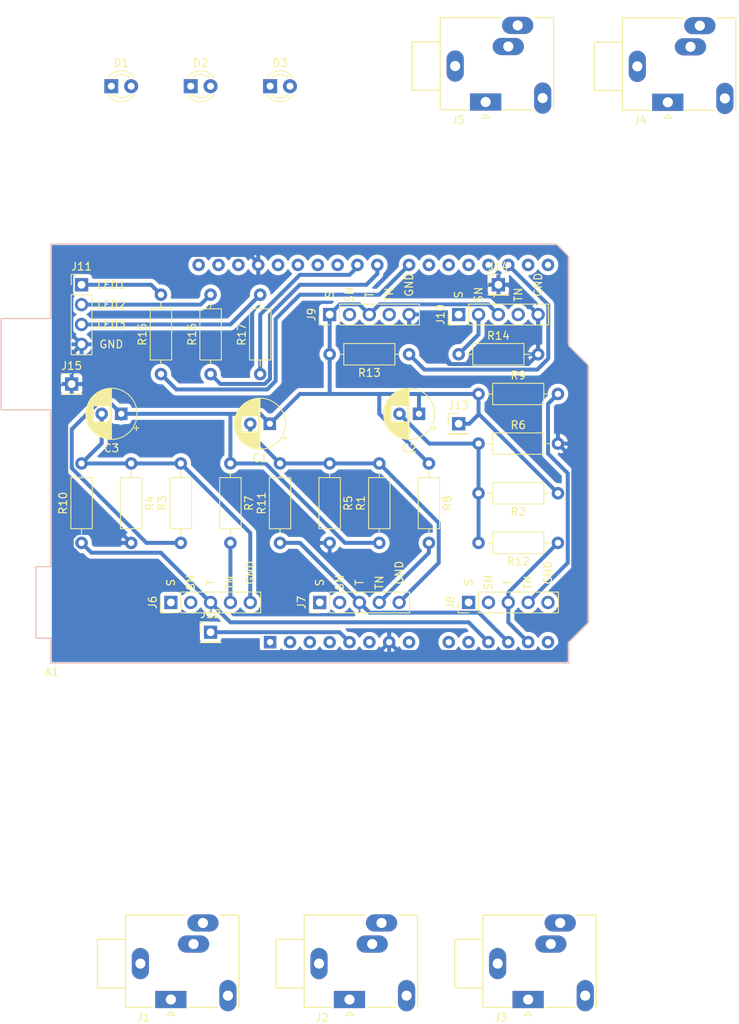
<source format=kicad_pcb>
(kicad_pcb (version 20171130) (host pcbnew 5.1.5-52549c5~84~ubuntu18.04.1)
  (layers (0 F.Cu signal) (31 B.Cu signal) (34 B.Paste user) (35 F.Paste user) (36 B.SilkS user) (37 F.SilkS user) (38 B.Mask user) (39 F.Mask user) (44 Edge.Cuts user))
  (net 0 "")
  (net 1 "Net-(A1-Pad16)")
  (net 2 "Net-(A1-Pad15)")
  (net 3 "Net-(A1-Pad30)")
  (net 4 "Net-(A1-Pad14)")
  (net 5 "Net-(A1-Pad29)")
  (net 6 "Net-(A1-Pad13)")
  (net 7 "Net-(A1-Pad28)")
  (net 8 "Net-(A1-Pad12)")
  (net 9 "Net-(A1-Pad27)")
  (net 10 "Net-(A1-Pad11)")
  (net 11 "Net-(A1-Pad26)")
  (net 12 "Net-(A1-Pad10)")
  (net 13 "Net-(A1-Pad25)")
  (net 14 "Net-(A1-Pad9)")
  (net 15 "Net-(A1-Pad24)")
  (net 16 "Net-(A1-Pad8)")
  (net 17 "Net-(A1-Pad23)")
  (net 18 "Net-(A1-Pad22)")
  (net 19 "Net-(A1-Pad6)")
  (net 20 "Net-(A1-Pad21)")
  (net 21 "Net-(A1-Pad5)")
  (net 22 "Net-(A1-Pad20)")
  (net 23 "Net-(A1-Pad4)")
  (net 24 "Net-(A1-Pad19)")
  (net 25 "Net-(A1-Pad3)")
  (net 26 "Net-(A1-Pad18)")
  (net 27 "Net-(A1-Pad2)")
  (net 28 "Net-(A1-Pad17)")
  (net 29 "Net-(A1-Pad1)")
  (net 30 "Net-(A1-Pad31)")
  (net 31 "Net-(A1-Pad32)")
  (net 32 "Net-(C1-Pad2)")
  (net 33 "Net-(C2-Pad2)")
  (net 34 "Net-(C3-Pad2)")
  (net 35 "Net-(D1-Pad2)")
  (net 36 "Net-(D2-Pad2)")
  (net 37 "Net-(D3-Pad2)")
  (net 38 "Net-(J1-PadS)")
  (net 39 "Net-(J1-PadSN)")
  (net 40 "Net-(J1-PadTN)")
  (net 41 "Net-(J2-PadS)")
  (net 42 "Net-(J2-PadSN)")
  (net 43 "Net-(J2-PadTN)")
  (net 44 "Net-(J3-PadS)")
  (net 45 "Net-(J3-PadSN)")
  (net 46 "Net-(J3-PadTN)")
  (net 47 "Net-(J4-PadSN)")
  (net 48 "Net-(J4-PadTN)")
  (net 49 "Net-(J10-Pad2)")
  (net 50 "Net-(J5-PadTN)")
  (net 51 "Net-(J6-Pad2)")
  (net 52 "Net-(J6-Pad1)")
  (net 53 "Net-(J7-Pad2)")
  (net 54 "Net-(J7-Pad1)")
  (net 55 "Net-(J8-Pad2)")
  (net 56 "Net-(J8-Pad1)")
  (net 57 "Net-(J9-Pad4)")
  (net 58 "Net-(J9-Pad2)")
  (net 59 "Net-(J10-Pad4)")
  (module My_Misc:My_Jack_3.5mm_Ledino_KB3SPRS_Horizontal (layer F.Cu) (at 184.24 42.7)
    (fp_text reference J4 (at -3.5 2.3) (layer F.SilkS))
    (fp_text value "OneWire bus")
    (pad G thru_hole oval (at -3.9 -4.6) (size 2.2 4) (drill 1.3) (layers *.Cu *.Mask) (net 5 "Net-(A1-Pad29)"))
    (pad S thru_hole oval (at 4.1 -9.8) (size 4 2.2) (drill 1.3) (layers *.Cu *.Mask) (net 28 "Net-(A1-Pad17)"))
    (pad SN thru_hole oval (at 2.9 -7.1) (size 4 2.2) (drill 1.3) (layers *.Cu *.Mask) (net 47 "Net-(J4-PadSN)"))
    (pad TN thru_hole oval (at 7.3 -0.5 90) (size 4 2.2) (drill 1.3) (layers *.Cu *.Mask) (net 48 "Net-(J4-PadTN)"))
    (pad T thru_hole rect (at 0 0) (size 4 2.2) (drill 1.3) (layers *.Cu *.Mask) (net 21 "Net-(A1-Pad5)"))
  )
  (module LED_THT:LED_D3.0mm (layer F.Cu) (at 113.03 40.64)
    (fp_text reference D1 (at 1.27 -2.96) (layer F.SilkS))
    (fp_text value "Status LED")
    (pad 2 thru_hole circle (at 2.54 0) (size 1.8 1.8) (drill 0.9) (layers *.Cu *.Mask) (net 35 "Net-(D1-Pad2)"))
    (pad 1 thru_hole rect (at 0 0) (size 1.8 1.8) (drill 0.9) (layers *.Cu *.Mask) (net 5 "Net-(A1-Pad29)"))
  )
  (module LED_THT:LED_D3.0mm (layer F.Cu) (at 123.19 40.64)
    (fp_text reference D2 (at 1.27 -2.96) (layer F.SilkS))
    (fp_text value "Polled LED")
    (pad 2 thru_hole circle (at 2.54 0) (size 1.8 1.8) (drill 0.9) (layers *.Cu *.Mask) (net 36 "Net-(D2-Pad2)"))
    (pad 1 thru_hole rect (at 0 0) (size 1.8 1.8) (drill 0.9) (layers *.Cu *.Mask) (net 5 "Net-(A1-Pad29)"))
  )
  (module My_Misc:My_Jack_3.5mm_Ledino_KB3SPRS_Horizontal (layer F.Cu) (at 160.93 42.66)
    (fp_text reference J5 (at -3.5 2.3) (layer F.SilkS))
    (fp_text value "LED sensor")
    (pad G thru_hole oval (at -3.9 -4.6) (size 2.2 4) (drill 1.3) (layers *.Cu *.Mask) (net 5 "Net-(A1-Pad29)"))
    (pad S thru_hole oval (at 4.1 -9.8) (size 4 2.2) (drill 1.3) (layers *.Cu *.Mask) (net 24 "Net-(A1-Pad19)"))
    (pad SN thru_hole oval (at 2.9 -7.1) (size 4 2.2) (drill 1.3) (layers *.Cu *.Mask) (net 49 "Net-(J10-Pad2)"))
    (pad TN thru_hole oval (at 7.3 -0.5 90) (size 4 2.2) (drill 1.3) (layers *.Cu *.Mask) (net 50 "Net-(J5-PadTN)"))
    (pad T thru_hole rect (at 0 0) (size 4 2.2) (drill 1.3) (layers *.Cu *.Mask) (net 21 "Net-(A1-Pad5)"))
  )
  (module LED_THT:LED_D3.0mm (layer F.Cu) (at 133.35 40.64)
    (fp_text reference D3 (at 1.27 -2.96) (layer F.SilkS))
    (fp_text value "Pulse LED")
    (pad 2 thru_hole circle (at 2.54 0) (size 1.8 1.8) (drill 0.9) (layers *.Cu *.Mask) (net 37 "Net-(D3-Pad2)"))
    (pad 1 thru_hole rect (at 0 0) (size 1.8 1.8) (drill 0.9) (layers *.Cu *.Mask) (net 5 "Net-(A1-Pad29)"))
  )
  (module My_Misc:My_Jack_3.5mm_Ledino_KB3SPRS_Horizontal (layer F.Cu) (at 166.37 157.48)
    (fp_text reference J3 (at -3.5 2.3) (layer F.SilkS))
    (fp_text value T3)
    (pad G thru_hole oval (at -3.9 -4.6) (size 2.2 4) (drill 1.3) (layers *.Cu *.Mask) (net 33 "Net-(C2-Pad2)"))
    (pad S thru_hole oval (at 4.1 -9.8) (size 4 2.2) (drill 1.3) (layers *.Cu *.Mask) (net 44 "Net-(J3-PadS)"))
    (pad SN thru_hole oval (at 2.9 -7.1) (size 4 2.2) (drill 1.3) (layers *.Cu *.Mask) (net 45 "Net-(J3-PadSN)"))
    (pad TN thru_hole oval (at 7.3 -0.5 90) (size 4 2.2) (drill 1.3) (layers *.Cu *.Mask) (net 46 "Net-(J3-PadTN)"))
    (pad T thru_hole rect (at 0 0) (size 4 2.2) (drill 1.3) (layers *.Cu *.Mask) (net 6 "Net-(A1-Pad13)"))
  )
  (module My_Misc:My_Jack_3.5mm_Ledino_KB3SPRS_Horizontal (layer F.Cu) (at 143.51 157.48)
    (fp_text reference J2 (at -3.5 2.3) (layer F.SilkS))
    (fp_text value S2)
    (pad G thru_hole oval (at -3.9 -4.6) (size 2.2 4) (drill 1.3) (layers *.Cu *.Mask) (net 32 "Net-(C1-Pad2)"))
    (pad S thru_hole oval (at 4.1 -9.8) (size 4 2.2) (drill 1.3) (layers *.Cu *.Mask) (net 41 "Net-(J2-PadS)"))
    (pad SN thru_hole oval (at 2.9 -7.1) (size 4 2.2) (drill 1.3) (layers *.Cu *.Mask) (net 42 "Net-(J2-PadSN)"))
    (pad TN thru_hole oval (at 7.3 -0.5 90) (size 4 2.2) (drill 1.3) (layers *.Cu *.Mask) (net 43 "Net-(J2-PadTN)"))
    (pad T thru_hole rect (at 0 0) (size 4 2.2) (drill 1.3) (layers *.Cu *.Mask) (net 8 "Net-(A1-Pad12)"))
  )
  (module My_Misc:My_Jack_3.5mm_Ledino_KB3SPRS_Horizontal (layer F.Cu) (at 120.65 157.48)
    (fp_text reference J1 (at -3.5 2.3) (layer F.SilkS))
    (fp_text value R1)
    (pad G thru_hole oval (at -3.9 -4.6) (size 2.2 4) (drill 1.3) (layers *.Cu *.Mask) (net 34 "Net-(C3-Pad2)"))
    (pad S thru_hole oval (at 4.1 -9.8) (size 4 2.2) (drill 1.3) (layers *.Cu *.Mask) (net 38 "Net-(J1-PadS)"))
    (pad SN thru_hole oval (at 2.9 -7.1) (size 4 2.2) (drill 1.3) (layers *.Cu *.Mask) (net 39 "Net-(J1-PadSN)"))
    (pad TN thru_hole oval (at 7.3 -0.5 90) (size 4 2.2) (drill 1.3) (layers *.Cu *.Mask) (net 40 "Net-(J1-PadTN)"))
    (pad T thru_hole rect (at 0 0) (size 4 2.2) (drill 1.3) (layers *.Cu *.Mask) (net 10 "Net-(A1-Pad11)"))
  )
  (module Connector_PinHeader_2.54mm:PinHeader_1x01_P2.54mm_Vertical (layer F.Cu) (at 107.95 78.74)
    (fp_text reference J15 (at 0 -2.33) (layer F.SilkS))
    (fp_text value Conn_01x01_Female hide)
    (pad 1 thru_hole rect (at 0 0) (size 1.7 1.7) (drill 1) (layers *.Cu *.Mask) (net 5 "Net-(A1-Pad29)"))
  )
  (module Connector_PinHeader_2.54mm:PinHeader_1x01_P2.54mm_Vertical (layer F.Cu) (at 162.56 66.04)
    (fp_text reference J14 (at 0 -2.33) (layer F.SilkS))
    (fp_text value Conn_01x01_Female hide)
    (pad 1 thru_hole rect (at 0 0) (size 1.7 1.7) (drill 1) (layers *.Cu *.Mask) (net 5 "Net-(A1-Pad29)"))
  )
  (module Connector_PinHeader_2.54mm:PinHeader_1x01_P2.54mm_Vertical (layer F.Cu) (at 157.48 83.82)
    (fp_text reference J13 (at 0 -2.33) (layer F.SilkS))
    (fp_text value Conn_01x01_Female hide)
    (pad 1 thru_hole rect (at 0 0) (size 1.7 1.7) (drill 1) (layers *.Cu *.Mask) (net 21 "Net-(A1-Pad5)"))
  )
  (module Connector_PinHeader_2.54mm:PinHeader_1x01_P2.54mm_Vertical (layer F.Cu) (at 125.73 110.49)
    (fp_text reference J12 (at 0 -2.33) (layer F.SilkS))
    (fp_text value Conn_01x01_Female hide)
    (pad 1 thru_hole rect (at 0 0) (size 1.7 1.7) (drill 1) (layers *.Cu *.Mask) (net 21 "Net-(A1-Pad5)"))
  )
  (module Capacitor_THT:CP_Radial_D6.3mm_P2.50mm (layer F.Cu) (at 133.31 83.82 180)
    (fp_text reference C1 (at 1.25 -4.4) (layer F.SilkS))
    (fp_text value 10u)
    (pad 2 thru_hole circle (at 2.5 0 180) (size 1.6 1.6) (drill 0.8) (layers *.Cu *.Mask) (net 32 "Net-(C1-Pad2)"))
    (pad 1 thru_hole rect (at 0 0 180) (size 1.6 1.6) (drill 0.8) (layers *.Cu *.Mask) (net 21 "Net-(A1-Pad5)"))
  )
  (module My_Misc:My_Arduino_UNO_R3 (layer F.Cu) (at 133.35 111.76)
    (fp_text reference A1 (at -27.94 3.81 180) (layer F.SilkS))
    (fp_text value Arduino_UNO_R3)
    (pad 16 thru_hole oval (at 33.02 -48.26 270) (size 1.6 1.6) (drill 0.8) (layers *.Cu *.Mask) (net 1 "Net-(A1-Pad16)"))
    (pad 15 thru_hole oval (at 35.56 -48.26 270) (size 1.6 1.6) (drill 0.8) (layers *.Cu *.Mask) (net 2 "Net-(A1-Pad15)"))
    (pad 30 thru_hole oval (at -4.06 -48.26 270) (size 1.6 1.6) (drill 0.8) (layers *.Cu *.Mask) (net 3 "Net-(A1-Pad30)"))
    (pad 14 thru_hole oval (at 35.56 0 270) (size 1.6 1.6) (drill 0.8) (layers *.Cu *.Mask) (net 4 "Net-(A1-Pad14)"))
    (pad 29 thru_hole oval (at -1.52 -48.26 270) (size 1.6 1.6) (drill 0.8) (layers *.Cu *.Mask) (net 5 "Net-(A1-Pad29)"))
    (pad 13 thru_hole oval (at 33.02 0 270) (size 1.6 1.6) (drill 0.8) (layers *.Cu *.Mask) (net 6 "Net-(A1-Pad13)"))
    (pad 28 thru_hole oval (at 1.02 -48.26 270) (size 1.6 1.6) (drill 0.8) (layers *.Cu *.Mask) (net 7 "Net-(A1-Pad28)"))
    (pad 12 thru_hole oval (at 30.48 0 270) (size 1.6 1.6) (drill 0.8) (layers *.Cu *.Mask) (net 8 "Net-(A1-Pad12)"))
    (pad 27 thru_hole oval (at 3.56 -48.26 270) (size 1.6 1.6) (drill 0.8) (layers *.Cu *.Mask) (net 9 "Net-(A1-Pad27)"))
    (pad 11 thru_hole oval (at 27.94 0 270) (size 1.6 1.6) (drill 0.8) (layers *.Cu *.Mask) (net 10 "Net-(A1-Pad11)"))
    (pad 26 thru_hole oval (at 6.1 -48.26 270) (size 1.6 1.6) (drill 0.8) (layers *.Cu *.Mask) (net 11 "Net-(A1-Pad26)"))
    (pad 10 thru_hole oval (at 25.4 0 270) (size 1.6 1.6) (drill 0.8) (layers *.Cu *.Mask) (net 12 "Net-(A1-Pad10)"))
    (pad 25 thru_hole oval (at 8.64 -48.26 270) (size 1.6 1.6) (drill 0.8) (layers *.Cu *.Mask) (net 13 "Net-(A1-Pad25)"))
    (pad 9 thru_hole oval (at 22.86 0 270) (size 1.6 1.6) (drill 0.8) (layers *.Cu *.Mask) (net 14 "Net-(A1-Pad9)"))
    (pad 24 thru_hole oval (at 11.18 -48.26 270) (size 1.6 1.6) (drill 0.8) (layers *.Cu *.Mask) (net 15 "Net-(A1-Pad24)"))
    (pad 8 thru_hole oval (at 17.78 0 270) (size 1.6 1.6) (drill 0.8) (layers *.Cu *.Mask) (net 16 "Net-(A1-Pad8)"))
    (pad 23 thru_hole oval (at 13.72 -48.26 270) (size 1.6 1.6) (drill 0.8) (layers *.Cu *.Mask) (net 17 "Net-(A1-Pad23)"))
    (pad 7 thru_hole oval (at 15.24 0 270) (size 1.6 1.6) (drill 0.8) (layers *.Cu *.Mask) (net 5 "Net-(A1-Pad29)"))
    (pad 22 thru_hole oval (at 17.78 -48.26 270) (size 1.6 1.6) (drill 0.8) (layers *.Cu *.Mask) (net 18 "Net-(A1-Pad22)"))
    (pad 6 thru_hole oval (at 12.7 0 270) (size 1.6 1.6) (drill 0.8) (layers *.Cu *.Mask) (net 19 "Net-(A1-Pad6)"))
    (pad 21 thru_hole oval (at 20.32 -48.26 270) (size 1.6 1.6) (drill 0.8) (layers *.Cu *.Mask) (net 20 "Net-(A1-Pad21)"))
    (pad 5 thru_hole oval (at 10.16 0 270) (size 1.6 1.6) (drill 0.8) (layers *.Cu *.Mask) (net 21 "Net-(A1-Pad5)"))
    (pad 20 thru_hole oval (at 22.86 -48.26 270) (size 1.6 1.6) (drill 0.8) (layers *.Cu *.Mask) (net 22 "Net-(A1-Pad20)"))
    (pad 4 thru_hole oval (at 7.62 0 270) (size 1.6 1.6) (drill 0.8) (layers *.Cu *.Mask) (net 23 "Net-(A1-Pad4)"))
    (pad 19 thru_hole oval (at 25.4 -48.26 270) (size 1.6 1.6) (drill 0.8) (layers *.Cu *.Mask) (net 24 "Net-(A1-Pad19)"))
    (pad 3 thru_hole oval (at 5.08 0 270) (size 1.6 1.6) (drill 0.8) (layers *.Cu *.Mask) (net 25 "Net-(A1-Pad3)"))
    (pad 18 thru_hole oval (at 27.94 -48.26 270) (size 1.6 1.6) (drill 0.8) (layers *.Cu *.Mask) (net 26 "Net-(A1-Pad18)"))
    (pad 2 thru_hole oval (at 2.54 0 270) (size 1.6 1.6) (drill 0.8) (layers *.Cu *.Mask) (net 27 "Net-(A1-Pad2)"))
    (pad 17 thru_hole oval (at 30.48 -48.26 270) (size 1.6 1.6) (drill 0.8) (layers *.Cu *.Mask) (net 28 "Net-(A1-Pad17)"))
    (pad 1 thru_hole rect (at 0 0 270) (size 1.6 1.6) (drill 0.8) (layers *.Cu *.Mask) (net 29 "Net-(A1-Pad1)"))
    (pad 31 thru_hole oval (at -6.6 -48.26 270) (size 1.6 1.6) (drill 0.8) (layers *.Cu *.Mask) (net 30 "Net-(A1-Pad31)"))
    (pad 32 thru_hole oval (at -9.14 -48.26 270) (size 1.6 1.6) (drill 0.8) (layers *.Cu *.Mask) (net 31 "Net-(A1-Pad32)"))
  )
  (module My_Headers:4-pin_3_LED_header (layer F.Cu) (at 109.22 66.04)
    (fp_text reference J11 (at 0 -2.33) (layer F.SilkS))
    (fp_text value 4-pin_3LED_header hide)
    (fp_text user GND (at 3.81 7.62) (layer F.SilkS))
    (fp_text user LED3 (at 3.81 5.08) (layer F.SilkS))
    (fp_text user LED2 (at 3.81 2.54) (layer F.SilkS))
    (fp_text user LED1 (at 3.81 0) (layer F.SilkS))
    (pad 4 thru_hole oval (at 0 7.62) (size 1.7 1.7) (drill 1) (layers *.Cu *.Mask) (net 5 "Net-(A1-Pad29)"))
    (pad 3 thru_hole oval (at 0 5.08) (size 1.7 1.7) (drill 1) (layers *.Cu *.Mask) (net 37 "Net-(D3-Pad2)"))
    (pad 2 thru_hole oval (at 0 2.54) (size 1.7 1.7) (drill 1) (layers *.Cu *.Mask) (net 36 "Net-(D2-Pad2)"))
    (pad 1 thru_hole rect (at 0 0) (size 1.7 1.7) (drill 1) (layers *.Cu *.Mask) (net 35 "Net-(D1-Pad2)"))
  )
  (module Resistor_THT:R_Axial_DIN0207_L6.3mm_D2.5mm_P10.16mm_Horizontal (layer F.Cu) (at 132.08 77.47 90)
    (fp_text reference R17 (at 5.08 -2.37 90) (layer F.SilkS))
    (fp_text value 220R)
    (pad 2 thru_hole oval (at 10.16 0 90) (size 1.6 1.6) (drill 0.8) (layers *.Cu *.Mask) (net 37 "Net-(D3-Pad2)"))
    (pad 1 thru_hole circle (at 0 0 90) (size 1.6 1.6) (drill 0.8) (layers *.Cu *.Mask) (net 15 "Net-(A1-Pad24)"))
  )
  (module Resistor_THT:R_Axial_DIN0207_L6.3mm_D2.5mm_P10.16mm_Horizontal (layer F.Cu) (at 125.73 77.47 90)
    (fp_text reference R16 (at 5.08 -2.37 90) (layer F.SilkS))
    (fp_text value 220R)
    (pad 2 thru_hole oval (at 10.16 0 90) (size 1.6 1.6) (drill 0.8) (layers *.Cu *.Mask) (net 36 "Net-(D2-Pad2)"))
    (pad 1 thru_hole circle (at 0 0 90) (size 1.6 1.6) (drill 0.8) (layers *.Cu *.Mask) (net 17 "Net-(A1-Pad23)"))
  )
  (module Resistor_THT:R_Axial_DIN0207_L6.3mm_D2.5mm_P10.16mm_Horizontal (layer F.Cu) (at 119.38 77.47 90)
    (fp_text reference R15 (at 5.08 -2.37 90) (layer F.SilkS))
    (fp_text value 220R)
    (pad 2 thru_hole oval (at 10.16 0 90) (size 1.6 1.6) (drill 0.8) (layers *.Cu *.Mask) (net 35 "Net-(D1-Pad2)"))
    (pad 1 thru_hole circle (at 0 0 90) (size 1.6 1.6) (drill 0.8) (layers *.Cu *.Mask) (net 18 "Net-(A1-Pad22)"))
  )
  (module Resistor_THT:R_Axial_DIN0207_L6.3mm_D2.5mm_P10.16mm_Horizontal (layer F.Cu) (at 157.48 74.93)
    (fp_text reference R14 (at 5.08 -2.37) (layer F.SilkS))
    (fp_text value 10k)
    (pad 2 thru_hole oval (at 10.16 0) (size 1.6 1.6) (drill 0.8) (layers *.Cu *.Mask) (net 5 "Net-(A1-Pad29)"))
    (pad 1 thru_hole circle (at 0 0) (size 1.6 1.6) (drill 0.8) (layers *.Cu *.Mask) (net 49 "Net-(J10-Pad2)"))
  )
  (module Resistor_THT:R_Axial_DIN0207_L6.3mm_D2.5mm_P10.16mm_Horizontal (layer F.Cu) (at 151.13 74.93 180)
    (fp_text reference R13 (at 5.08 -2.37) (layer F.SilkS))
    (fp_text value 4.7k)
    (pad 2 thru_hole oval (at 10.16 0 180) (size 1.6 1.6) (drill 0.8) (layers *.Cu *.Mask) (net 21 "Net-(A1-Pad5)"))
    (pad 1 thru_hole circle (at 0 0 180) (size 1.6 1.6) (drill 0.8) (layers *.Cu *.Mask) (net 28 "Net-(A1-Pad17)"))
  )
  (module Resistor_THT:R_Axial_DIN0207_L6.3mm_D2.5mm_P10.16mm_Horizontal (layer F.Cu) (at 170.18 99.06 180)
    (fp_text reference R12 (at 5.08 -2.37) (layer F.SilkS))
    (fp_text value 33R)
    (pad 2 thru_hole oval (at 10.16 0 180) (size 1.6 1.6) (drill 0.8) (layers *.Cu *.Mask) (net 33 "Net-(C2-Pad2)"))
    (pad 1 thru_hole circle (at 0 0 180) (size 1.6 1.6) (drill 0.8) (layers *.Cu *.Mask) (net 6 "Net-(A1-Pad13)"))
  )
  (module Resistor_THT:R_Axial_DIN0207_L6.3mm_D2.5mm_P10.16mm_Horizontal (layer F.Cu) (at 134.62 99.06 90)
    (fp_text reference R11 (at 5.08 -2.37 90) (layer F.SilkS))
    (fp_text value 33R)
    (pad 2 thru_hole oval (at 10.16 0 90) (size 1.6 1.6) (drill 0.8) (layers *.Cu *.Mask) (net 32 "Net-(C1-Pad2)"))
    (pad 1 thru_hole circle (at 0 0 90) (size 1.6 1.6) (drill 0.8) (layers *.Cu *.Mask) (net 8 "Net-(A1-Pad12)"))
  )
  (module Resistor_THT:R_Axial_DIN0207_L6.3mm_D2.5mm_P10.16mm_Horizontal (layer F.Cu) (at 109.22 99.06 90)
    (fp_text reference R10 (at 5.08 -2.37 90) (layer F.SilkS))
    (fp_text value 33R)
    (pad 2 thru_hole oval (at 10.16 0 90) (size 1.6 1.6) (drill 0.8) (layers *.Cu *.Mask) (net 34 "Net-(C3-Pad2)"))
    (pad 1 thru_hole circle (at 0 0 90) (size 1.6 1.6) (drill 0.8) (layers *.Cu *.Mask) (net 10 "Net-(A1-Pad11)"))
  )
  (module Resistor_THT:R_Axial_DIN0207_L6.3mm_D2.5mm_P10.16mm_Horizontal (layer F.Cu) (at 160.02 80.01)
    (fp_text reference R9 (at 5.08 -2.37) (layer F.SilkS))
    (fp_text value 10k)
    (pad 2 thru_hole oval (at 10.16 0) (size 1.6 1.6) (drill 0.8) (layers *.Cu *.Mask) (net 46 "Net-(J3-PadTN)"))
    (pad 1 thru_hole circle (at 0 0) (size 1.6 1.6) (drill 0.8) (layers *.Cu *.Mask) (net 21 "Net-(A1-Pad5)"))
  )
  (module Resistor_THT:R_Axial_DIN0207_L6.3mm_D2.5mm_P10.16mm_Horizontal (layer F.Cu) (at 153.67 88.9 270)
    (fp_text reference R8 (at 5.08 -2.37 90) (layer F.SilkS))
    (fp_text value 10k)
    (pad 2 thru_hole oval (at 10.16 0 270) (size 1.6 1.6) (drill 0.8) (layers *.Cu *.Mask) (net 43 "Net-(J2-PadTN)"))
    (pad 1 thru_hole circle (at 0 0 270) (size 1.6 1.6) (drill 0.8) (layers *.Cu *.Mask) (net 21 "Net-(A1-Pad5)"))
  )
  (module Resistor_THT:R_Axial_DIN0207_L6.3mm_D2.5mm_P10.16mm_Horizontal (layer F.Cu) (at 128.27 88.9 270)
    (fp_text reference R7 (at 5.08 -2.37 90) (layer F.SilkS))
    (fp_text value 10k)
    (pad 2 thru_hole oval (at 10.16 0 270) (size 1.6 1.6) (drill 0.8) (layers *.Cu *.Mask) (net 40 "Net-(J1-PadTN)"))
    (pad 1 thru_hole circle (at 0 0 270) (size 1.6 1.6) (drill 0.8) (layers *.Cu *.Mask) (net 21 "Net-(A1-Pad5)"))
  )
  (module Resistor_THT:R_Axial_DIN0207_L6.3mm_D2.5mm_P10.16mm_Horizontal (layer F.Cu) (at 160.02 86.36)
    (fp_text reference R6 (at 5.08 -2.37) (layer F.SilkS))
    (fp_text value 100k)
    (pad 2 thru_hole oval (at 10.16 0) (size 1.6 1.6) (drill 0.8) (layers *.Cu *.Mask) (net 5 "Net-(A1-Pad29)"))
    (pad 1 thru_hole circle (at 0 0) (size 1.6 1.6) (drill 0.8) (layers *.Cu *.Mask) (net 33 "Net-(C2-Pad2)"))
  )
  (module Resistor_THT:R_Axial_DIN0207_L6.3mm_D2.5mm_P10.16mm_Horizontal (layer F.Cu) (at 140.97 88.9 270)
    (fp_text reference R5 (at 5.08 -2.37 90) (layer F.SilkS))
    (fp_text value 100k)
    (pad 2 thru_hole oval (at 10.16 0 270) (size 1.6 1.6) (drill 0.8) (layers *.Cu *.Mask) (net 5 "Net-(A1-Pad29)"))
    (pad 1 thru_hole circle (at 0 0 270) (size 1.6 1.6) (drill 0.8) (layers *.Cu *.Mask) (net 32 "Net-(C1-Pad2)"))
  )
  (module Resistor_THT:R_Axial_DIN0207_L6.3mm_D2.5mm_P10.16mm_Horizontal (layer F.Cu) (at 115.57 88.9 270)
    (fp_text reference R4 (at 5.08 -2.37 90) (layer F.SilkS))
    (fp_text value 100k)
    (pad 2 thru_hole oval (at 10.16 0 270) (size 1.6 1.6) (drill 0.8) (layers *.Cu *.Mask) (net 5 "Net-(A1-Pad29)"))
    (pad 1 thru_hole circle (at 0 0 270) (size 1.6 1.6) (drill 0.8) (layers *.Cu *.Mask) (net 34 "Net-(C3-Pad2)"))
  )
  (module Resistor_THT:R_Axial_DIN0207_L6.3mm_D2.5mm_P10.16mm_Horizontal (layer F.Cu) (at 121.92 99.06 90)
    (fp_text reference R3 (at 5.08 -2.37 90) (layer F.SilkS))
    (fp_text value 100k)
    (pad 2 thru_hole oval (at 10.16 0 90) (size 1.6 1.6) (drill 0.8) (layers *.Cu *.Mask) (net 34 "Net-(C3-Pad2)"))
    (pad 1 thru_hole circle (at 0 0 90) (size 1.6 1.6) (drill 0.8) (layers *.Cu *.Mask) (net 21 "Net-(A1-Pad5)"))
  )
  (module Resistor_THT:R_Axial_DIN0207_L6.3mm_D2.5mm_P10.16mm_Horizontal (layer F.Cu) (at 170.18 92.71 180)
    (fp_text reference R2 (at 5.08 -2.37) (layer F.SilkS))
    (fp_text value 100k)
    (pad 2 thru_hole oval (at 10.16 0 180) (size 1.6 1.6) (drill 0.8) (layers *.Cu *.Mask) (net 33 "Net-(C2-Pad2)"))
    (pad 1 thru_hole circle (at 0 0 180) (size 1.6 1.6) (drill 0.8) (layers *.Cu *.Mask) (net 21 "Net-(A1-Pad5)"))
  )
  (module Resistor_THT:R_Axial_DIN0207_L6.3mm_D2.5mm_P10.16mm_Horizontal (layer F.Cu) (at 147.32 99.06 90)
    (fp_text reference R1 (at 5.08 -2.37 90) (layer F.SilkS))
    (fp_text value 100k)
    (pad 2 thru_hole oval (at 10.16 0 90) (size 1.6 1.6) (drill 0.8) (layers *.Cu *.Mask) (net 32 "Net-(C1-Pad2)"))
    (pad 1 thru_hole circle (at 0 0 90) (size 1.6 1.6) (drill 0.8) (layers *.Cu *.Mask) (net 21 "Net-(A1-Pad5)"))
  )
  (module My_Headers:5-pin_3,5mm_audio_jack_header (layer F.Cu) (at 157.48 69.85 90)
    (fp_text reference J10 (at 0 -2.33 90) (layer F.SilkS))
    (fp_text value 5-pin_3-pole_3,5mm_audio_header hide)
    (fp_text user GND (at 3.81 10.16 90) (layer F.SilkS))
    (fp_text user TN (at 2.54 7.62 90) (layer F.SilkS))
    (fp_text user T (at 2.54 5.08 90) (layer F.SilkS))
    (fp_text user SN (at 2.54 2.54 90) (layer F.SilkS))
    (fp_text user S (at 2.54 0 90) (layer F.SilkS))
    (pad 5 thru_hole oval (at 0 10.16 90) (size 1.7 1.7) (drill 1) (layers *.Cu *.Mask) (net 5 "Net-(A1-Pad29)"))
    (pad 4 thru_hole oval (at 0 7.62 90) (size 1.7 1.7) (drill 1) (layers *.Cu *.Mask) (net 59 "Net-(J10-Pad4)"))
    (pad 3 thru_hole oval (at 0 5.08 90) (size 1.7 1.7) (drill 1) (layers *.Cu *.Mask) (net 21 "Net-(A1-Pad5)"))
    (pad 2 thru_hole oval (at 0 2.54 90) (size 1.7 1.7) (drill 1) (layers *.Cu *.Mask) (net 49 "Net-(J10-Pad2)"))
    (pad 1 thru_hole rect (at 0 0 90) (size 1.7 1.7) (drill 1) (layers *.Cu *.Mask) (net 24 "Net-(A1-Pad19)"))
  )
  (module My_Headers:5-pin_3,5mm_audio_jack_header (layer F.Cu) (at 140.97 69.85 90)
    (fp_text reference J9 (at 0 -2.33 90) (layer F.SilkS))
    (fp_text value 5-pin_3-pole_3,5mm_audio_header hide)
    (fp_text user GND (at 3.81 10.16 90) (layer F.SilkS))
    (fp_text user TN (at 2.54 7.62 90) (layer F.SilkS))
    (fp_text user T (at 2.54 5.08 90) (layer F.SilkS))
    (fp_text user SN (at 2.54 2.54 90) (layer F.SilkS))
    (fp_text user S (at 2.54 0 90) (layer F.SilkS))
    (pad 5 thru_hole oval (at 0 10.16 90) (size 1.7 1.7) (drill 1) (layers *.Cu *.Mask) (net 5 "Net-(A1-Pad29)"))
    (pad 4 thru_hole oval (at 0 7.62 90) (size 1.7 1.7) (drill 1) (layers *.Cu *.Mask) (net 57 "Net-(J9-Pad4)"))
    (pad 3 thru_hole oval (at 0 5.08 90) (size 1.7 1.7) (drill 1) (layers *.Cu *.Mask) (net 21 "Net-(A1-Pad5)"))
    (pad 2 thru_hole oval (at 0 2.54 90) (size 1.7 1.7) (drill 1) (layers *.Cu *.Mask) (net 58 "Net-(J9-Pad2)"))
    (pad 1 thru_hole rect (at 0 0 90) (size 1.7 1.7) (drill 1) (layers *.Cu *.Mask) (net 21 "Net-(A1-Pad5)"))
  )
  (module My_Headers:5-pin_3,5mm_audio_jack_header (layer F.Cu) (at 158.75 106.68 90)
    (fp_text reference J8 (at 0 -2.33 90) (layer F.SilkS))
    (fp_text value 5-pin_3-pole_3,5mm_audio_header hide)
    (fp_text user GND (at 3.81 10.16 90) (layer F.SilkS))
    (fp_text user TN (at 2.54 7.62 90) (layer F.SilkS))
    (fp_text user T (at 2.54 5.08 90) (layer F.SilkS))
    (fp_text user SN (at 2.54 2.54 90) (layer F.SilkS))
    (fp_text user S (at 2.54 0 90) (layer F.SilkS))
    (pad 5 thru_hole oval (at 0 10.16 90) (size 1.7 1.7) (drill 1) (layers *.Cu *.Mask) (net 33 "Net-(C2-Pad2)"))
    (pad 4 thru_hole oval (at 0 7.62 90) (size 1.7 1.7) (drill 1) (layers *.Cu *.Mask) (net 46 "Net-(J3-PadTN)"))
    (pad 3 thru_hole oval (at 0 5.08 90) (size 1.7 1.7) (drill 1) (layers *.Cu *.Mask) (net 6 "Net-(A1-Pad13)"))
    (pad 2 thru_hole oval (at 0 2.54 90) (size 1.7 1.7) (drill 1) (layers *.Cu *.Mask) (net 55 "Net-(J8-Pad2)"))
    (pad 1 thru_hole rect (at 0 0 90) (size 1.7 1.7) (drill 1) (layers *.Cu *.Mask) (net 56 "Net-(J8-Pad1)"))
  )
  (module My_Headers:5-pin_3,5mm_audio_jack_header (layer F.Cu) (at 139.7 106.68 90)
    (fp_text reference J7 (at 0 -2.33 90) (layer F.SilkS))
    (fp_text value 5-pin_3-pole_3,5mm_audio_header hide)
    (fp_text user GND (at 3.81 10.16 90) (layer F.SilkS))
    (fp_text user TN (at 2.54 7.62 90) (layer F.SilkS))
    (fp_text user T (at 2.54 5.08 90) (layer F.SilkS))
    (fp_text user SN (at 2.54 2.54 90) (layer F.SilkS))
    (fp_text user S (at 2.54 0 90) (layer F.SilkS))
    (pad 5 thru_hole oval (at 0 10.16 90) (size 1.7 1.7) (drill 1) (layers *.Cu *.Mask) (net 32 "Net-(C1-Pad2)"))
    (pad 4 thru_hole oval (at 0 7.62 90) (size 1.7 1.7) (drill 1) (layers *.Cu *.Mask) (net 43 "Net-(J2-PadTN)"))
    (pad 3 thru_hole oval (at 0 5.08 90) (size 1.7 1.7) (drill 1) (layers *.Cu *.Mask) (net 8 "Net-(A1-Pad12)"))
    (pad 2 thru_hole oval (at 0 2.54 90) (size 1.7 1.7) (drill 1) (layers *.Cu *.Mask) (net 53 "Net-(J7-Pad2)"))
    (pad 1 thru_hole rect (at 0 0 90) (size 1.7 1.7) (drill 1) (layers *.Cu *.Mask) (net 54 "Net-(J7-Pad1)"))
  )
  (module My_Headers:5-pin_3,5mm_audio_jack_header (layer F.Cu) (at 120.65 106.68 90)
    (fp_text reference J6 (at 0 -2.33 90) (layer F.SilkS))
    (fp_text value 5-pin_3-pole_3,5mm_audio_header hide)
    (fp_text user GND (at 3.81 10.16 90) (layer F.SilkS))
    (fp_text user TN (at 2.54 7.62 90) (layer F.SilkS))
    (fp_text user T (at 2.54 5.08 90) (layer F.SilkS))
    (fp_text user SN (at 2.54 2.54 90) (layer F.SilkS))
    (fp_text user S (at 2.54 0 90) (layer F.SilkS))
    (pad 5 thru_hole oval (at 0 10.16 90) (size 1.7 1.7) (drill 1) (layers *.Cu *.Mask) (net 34 "Net-(C3-Pad2)"))
    (pad 4 thru_hole oval (at 0 7.62 90) (size 1.7 1.7) (drill 1) (layers *.Cu *.Mask) (net 40 "Net-(J1-PadTN)"))
    (pad 3 thru_hole oval (at 0 5.08 90) (size 1.7 1.7) (drill 1) (layers *.Cu *.Mask) (net 10 "Net-(A1-Pad11)"))
    (pad 2 thru_hole oval (at 0 2.54 90) (size 1.7 1.7) (drill 1) (layers *.Cu *.Mask) (net 51 "Net-(J6-Pad2)"))
    (pad 1 thru_hole rect (at 0 0 90) (size 1.7 1.7) (drill 1) (layers *.Cu *.Mask) (net 52 "Net-(J6-Pad1)"))
  )
  (module Capacitor_THT:CP_Radial_D6.3mm_P2.50mm (layer F.Cu) (at 114.3 82.55 180)
    (fp_text reference C3 (at 1.25 -4.4) (layer F.SilkS))
    (fp_text value 10u)
    (pad 2 thru_hole circle (at 2.5 0 180) (size 1.6 1.6) (drill 0.8) (layers *.Cu *.Mask) (net 34 "Net-(C3-Pad2)"))
    (pad 1 thru_hole rect (at 0 0 180) (size 1.6 1.6) (drill 0.8) (layers *.Cu *.Mask) (net 21 "Net-(A1-Pad5)"))
  )
  (module Capacitor_THT:CP_Radial_D6.3mm_P2.50mm (layer F.Cu) (at 152.4 82.55 180)
    (fp_text reference C2 (at 1.25 -4.4) (layer F.SilkS))
    (fp_text value 10u)
    (pad 2 thru_hole circle (at 2.5 0 180) (size 1.6 1.6) (drill 0.8) (layers *.Cu *.Mask) (net 33 "Net-(C2-Pad2)"))
    (pad 1 thru_hole rect (at 0 0 180) (size 1.6 1.6) (drill 0.8) (layers *.Cu *.Mask) (net 21 "Net-(A1-Pad5)"))
  )
  (segment (start 163.83 106.68) (end 163.83 105.41) (width 0.508) (layer B.Cu) (net 6))
  (segment (start 163.83 105.41) (end 170.18 99.06) (width 0.508) (layer B.Cu) (net 6))
  (segment (start 163.83 106.68) (end 163.83 109.22) (width 0.508) (layer B.Cu) (net 6))
  (segment (start 163.83 109.22) (end 166.37 111.76) (width 0.508) (layer B.Cu) (net 6))
  (segment (start 144.78 106.68) (end 144.78 107.95) (width 0.25) (layer B.Cu) (net 8))
  (segment (start 134.62 99.06) (end 137.16 99.06) (width 0.508) (layer B.Cu) (net 8))
  (segment (start 137.16 99.06) (end 144.78 106.68) (width 0.508) (layer B.Cu) (net 8))
  (segment (start 160.054001 107.984001) (end 163.030001 110.960001) (width 0.508) (layer B.Cu) (net 8))
  (segment (start 144.78 106.68) (end 146.084001 107.984001) (width 0.508) (layer B.Cu) (net 8))
  (segment (start 146.084001 107.984001) (end 160.054001 107.984001) (width 0.508) (layer B.Cu) (net 8))
  (segment (start 163.030001 110.960001) (end 163.83 111.76) (width 0.508) (layer B.Cu) (net 8))
  (segment (start 125.73 106.68) (end 125.73 107.95) (width 0.25) (layer B.Cu) (net 10))
  (segment (start 119.364001 100.314001) (end 124.880001 105.830001) (width 0.508) (layer B.Cu) (net 10))
  (segment (start 109.22 99.06) (end 110.474001 100.314001) (width 0.508) (layer B.Cu) (net 10))
  (segment (start 110.474001 100.314001) (end 119.364001 100.314001) (width 0.508) (layer B.Cu) (net 10))
  (segment (start 124.880001 105.830001) (end 125.73 106.68) (width 0.508) (layer B.Cu) (net 10))
  (segment (start 160.035999 110.505999) (end 160.490001 110.960001) (width 0.508) (layer B.Cu) (net 10))
  (segment (start 125.73 106.68) (end 128.27 109.22) (width 0.508) (layer B.Cu) (net 10))
  (segment (start 158.75 109.22) (end 160.655 111.125) (width 0.508) (layer B.Cu) (net 10))
  (segment (start 128.27 109.22) (end 158.75 109.22) (width 0.508) (layer B.Cu) (net 10))
  (segment (start 160.490001 110.960001) (end 160.655 111.125) (width 0.508) (layer B.Cu) (net 10))
  (segment (start 160.655 111.125) (end 161.29 111.76) (width 0.508) (layer B.Cu) (net 10))
  (segment (start 132.08 69.85) (end 137.16 64.77) (width 0.508) (layer B.Cu) (net 15))
  (segment (start 132.08 77.47) (end 132.08 69.85) (width 0.508) (layer B.Cu) (net 15))
  (segment (start 137.16 64.77) (end 143.51 64.77) (width 0.508) (layer B.Cu) (net 15))
  (segment (start 143.51 64.77) (end 144.78 63.5) (width 0.508) (layer B.Cu) (net 15))
  (segment (start 125.73 77.47) (end 126.984001 78.724001) (width 0.508) (layer B.Cu) (net 17))
  (segment (start 126.984001 78.724001) (end 132.681921 78.724001) (width 0.508) (layer B.Cu) (net 17))
  (segment (start 133.007961 78.397961) (end 133.35 78.055922) (width 0.508) (layer B.Cu) (net 17))
  (segment (start 132.681921 78.724001) (end 133.007961 78.397961) (width 0.508) (layer B.Cu) (net 17))
  (segment (start 133.334001 78.071921) (end 133.007961 78.397961) (width 0.508) (layer B.Cu) (net 17))
  (segment (start 133.334001 69.865999) (end 133.334001 78.071921) (width 0.508) (layer B.Cu) (net 17))
  (segment (start 137.16 66.04) (end 133.334001 69.865999) (width 0.508) (layer B.Cu) (net 17))
  (segment (start 145.66137 66.04) (end 137.16 66.04) (width 0.508) (layer B.Cu) (net 17))
  (segment (start 147.07 63.5) (end 147.07 64.63137) (width 0.508) (layer B.Cu) (net 17))
  (segment (start 147.07 64.63137) (end 145.66137 66.04) (width 0.508) (layer B.Cu) (net 17))
  (segment (start 149.844001 113.014001) (end 149.389999 112.559999) (width 0.508) (layer B.Cu) (net 5))
  (segment (start 169.511921 113.014001) (end 149.844001 113.014001) (width 0.508) (layer B.Cu) (net 5))
  (segment (start 172.142011 110.383911) (end 169.511921 113.014001) (width 0.508) (layer B.Cu) (net 5))
  (segment (start 170.18 86.36) (end 172.142011 88.322011) (width 0.508) (layer B.Cu) (net 5))
  (segment (start 172.142011 88.322011) (end 172.142011 110.383911) (width 0.508) (layer B.Cu) (net 5))
  (segment (start 149.389999 112.559999) (end 148.59 111.76) (width 0.508) (layer B.Cu) (net 5))
  (segment (start 114.315999 97.805999) (end 114.770001 98.260001) (width 0.508) (layer B.Cu) (net 5))
  (segment (start 147.335999 113.014001) (end 121.318079 113.014001) (width 0.508) (layer B.Cu) (net 5))
  (segment (start 148.59 111.76) (end 147.335999 113.014001) (width 0.508) (layer B.Cu) (net 5))
  (segment (start 121.318079 113.014001) (end 107.965999 99.661921) (width 0.508) (layer B.Cu) (net 5))
  (segment (start 107.965999 99.661921) (end 107.965999 98.458079) (width 0.508) (layer B.Cu) (net 5))
  (segment (start 107.965999 98.458079) (end 108.618079 97.805999) (width 0.508) (layer B.Cu) (net 5))
  (segment (start 114.770001 98.260001) (end 115.57 99.06) (width 0.508) (layer B.Cu) (net 5))
  (segment (start 132.975188 79.432011) (end 133.389931 79.017268) (width 0.508) (layer B.Cu) (net 18))
  (segment (start 119.38 77.47) (end 121.342011 79.432011) (width 0.508) (layer B.Cu) (net 18))
  (segment (start 121.342011 79.432011) (end 132.975188 79.432011) (width 0.508) (layer B.Cu) (net 18))
  (segment (start 134.058009 78.349189) (end 134.058009 70.411991) (width 0.508) (layer B.Cu) (net 18))
  (segment (start 133.389931 79.017268) (end 134.058009 78.349189) (width 0.508) (layer B.Cu) (net 18))
  (segment (start 134.058009 70.411991) (end 137.16 67.31) (width 0.508) (layer B.Cu) (net 18))
  (segment (start 137.16 67.31) (end 147.32 67.31) (width 0.508) (layer B.Cu) (net 18))
  (segment (start 147.32 67.31) (end 151.13 63.5) (width 0.508) (layer B.Cu) (net 18))
  (segment (start 140.97 74.93) (end 140.97 69.85) (width 0.508) (layer B.Cu) (net 21))
  (segment (start 144.745999 68.545999) (end 145.200001 69.000001) (width 0.508) (layer B.Cu) (net 21))
  (segment (start 140.97 69.85) (end 142.274001 68.545999) (width 0.508) (layer B.Cu) (net 21))
  (segment (start 142.274001 68.545999) (end 144.745999 68.545999) (width 0.508) (layer B.Cu) (net 21))
  (segment (start 145.200001 69.000001) (end 146.05 69.85) (width 0.508) (layer B.Cu) (net 21))
  (segment (start 161.255999 68.545999) (end 161.710001 69.000001) (width 0.508) (layer B.Cu) (net 21))
  (segment (start 146.05 69.85) (end 147.354001 68.545999) (width 0.508) (layer B.Cu) (net 21))
  (segment (start 147.354001 68.545999) (end 161.255999 68.545999) (width 0.508) (layer B.Cu) (net 21))
  (segment (start 161.255999 68.545999) (end 162.56 69.85) (width 0.508) (layer B.Cu) (net 21))
  (segment (start 114.3 83.194078) (end 114.3 82.55) (width 0.508) (layer B.Cu) (net 21))
  (segment (start 140.97 74.93) (end 140.97 80.01) (width 0.508) (layer B.Cu) (net 21))
  (segment (start 152.4 82.55) (end 152.4 80.01) (width 0.508) (layer B.Cu) (net 21))
  (segment (start 160.02 80.01) (end 152.4 80.01) (width 0.508) (layer B.Cu) (net 21))
  (segment (start 152.4 80.01) (end 140.97 80.01) (width 0.508) (layer B.Cu) (net 21))
  (segment (start 140.97 80.01) (end 137.16 80.01) (width 0.508) (layer B.Cu) (net 21))
  (segment (start 137.16 80.01) (end 133.35 83.82) (width 0.508) (layer B.Cu) (net 21))
  (segment (start 133.35 83.82) (end 132.08 82.55) (width 0.508) (layer B.Cu) (net 21))
  (segment (start 132.08 82.55) (end 114.3 82.55) (width 0.508) (layer B.Cu) (net 21))
  (segment (start 128.27 88.9) (end 128.27 82.55) (width 0.508) (layer B.Cu) (net 21))
  (segment (start 153.67 88.9) (end 147.32 82.55) (width 0.508) (layer B.Cu) (net 21))
  (segment (start 147.32 82.55) (end 147.32 80.01) (width 0.508) (layer B.Cu) (net 21))
  (segment (start 107.965999 89.501921) (end 117.524078 99.06) (width 0.508) (layer B.Cu) (net 21))
  (segment (start 117.524078 99.06) (end 120.78863 99.06) (width 0.508) (layer B.Cu) (net 21))
  (segment (start 107.965999 84.528079) (end 107.965999 89.501921) (width 0.508) (layer B.Cu) (net 21))
  (segment (start 111.198079 81.295999) (end 107.965999 84.528079) (width 0.508) (layer B.Cu) (net 21))
  (segment (start 114.3 82.55) (end 113.045999 81.295999) (width 0.508) (layer B.Cu) (net 21))
  (segment (start 113.045999 81.295999) (end 111.198079 81.295999) (width 0.508) (layer B.Cu) (net 21))
  (segment (start 120.78863 99.06) (end 121.92 99.06) (width 0.508) (layer B.Cu) (net 21))
  (segment (start 142.924078 99.06) (end 146.18863 99.06) (width 0.508) (layer B.Cu) (net 21))
  (segment (start 128.27 88.9) (end 132.764078 88.9) (width 0.508) (layer B.Cu) (net 21))
  (segment (start 132.764078 88.9) (end 142.924078 99.06) (width 0.508) (layer B.Cu) (net 21))
  (segment (start 146.18863 99.06) (end 147.32 99.06) (width 0.508) (layer B.Cu) (net 21))
  (segment (start 160.02 80.01) (end 160.02 82.55) (width 0.508) (layer B.Cu) (net 21))
  (segment (start 160.02 82.55) (end 170.18 92.71) (width 0.508) (layer B.Cu) (net 21))
  (segment (start 168.944001 68.614001) (end 164.629999 64.299999) (width 0.508) (layer B.Cu) (net 28))
  (segment (start 168.944001 75.481921) (end 168.944001 68.614001) (width 0.508) (layer B.Cu) (net 28))
  (segment (start 167.533911 76.892011) (end 168.944001 75.481921) (width 0.508) (layer B.Cu) (net 28))
  (segment (start 151.13 74.93) (end 153.092011 76.892011) (width 0.508) (layer B.Cu) (net 28))
  (segment (start 153.092011 76.892011) (end 167.533911 76.892011) (width 0.508) (layer B.Cu) (net 28))
  (segment (start 164.629999 64.299999) (end 163.83 63.5) (width 0.508) (layer B.Cu) (net 28))
  (segment (start 134.62 88.9) (end 140.97 88.9) (width 0.508) (layer B.Cu) (net 32))
  (segment (start 140.97 88.9) (end 147.32 88.9) (width 0.508) (layer B.Cu) (net 32))
  (segment (start 130.81 83.82) (end 130.81 85.09) (width 0.508) (layer B.Cu) (net 32))
  (segment (start 130.81 85.09) (end 134.62 88.9) (width 0.508) (layer B.Cu) (net 32))
  (segment (start 154.924001 101.615999) (end 150.709999 105.830001) (width 0.508) (layer B.Cu) (net 32))
  (segment (start 147.32 88.9) (end 154.924001 96.504001) (width 0.508) (layer B.Cu) (net 32))
  (segment (start 154.924001 96.504001) (end 154.924001 101.615999) (width 0.508) (layer B.Cu) (net 32))
  (segment (start 150.709999 105.830001) (end 149.86 106.68) (width 0.508) (layer B.Cu) (net 32))
  (segment (start 149.9 82.55) (end 153.71 86.36) (width 0.508) (layer B.Cu) (net 33))
  (segment (start 153.71 86.36) (end 160.02 86.36) (width 0.508) (layer B.Cu) (net 33))
  (segment (start 160.02 86.36) (end 160.02 92.71) (width 0.508) (layer B.Cu) (net 33))
  (segment (start 160.02 92.71) (end 160.02 99.06) (width 0.508) (layer B.Cu) (net 33))
  (segment (start 111.8 82.55) (end 111.8 86.32) (width 0.508) (layer B.Cu) (net 34))
  (segment (start 111.8 86.32) (end 109.22 88.9) (width 0.508) (layer B.Cu) (net 34))
  (segment (start 109.22 88.9) (end 115.57 88.9) (width 0.508) (layer B.Cu) (net 34))
  (segment (start 115.57 88.9) (end 121.92 88.9) (width 0.508) (layer B.Cu) (net 34))
  (segment (start 121.92 88.9) (end 130.81 97.79) (width 0.508) (layer B.Cu) (net 34))
  (segment (start 130.81 97.79) (end 130.81 106.68) (width 0.508) (layer B.Cu) (net 34))
  (segment (start 109.22 66.04) (end 118.11 66.04) (width 0.508) (layer B.Cu) (net 35))
  (segment (start 118.11 66.04) (end 119.38 67.31) (width 0.508) (layer B.Cu) (net 35))
  (segment (start 166.385999 76.184001) (end 166.840001 75.729999) (width 0.508) (layer B.Cu) (net 5))
  (segment (start 156.26192 76.184001) (end 166.385999 76.184001) (width 0.508) (layer B.Cu) (net 5))
  (segment (start 151.13 69.85) (end 151.13 71.052081) (width 0.508) (layer B.Cu) (net 5))
  (segment (start 151.13 71.052081) (end 156.26192 76.184001) (width 0.508) (layer B.Cu) (net 5))
  (segment (start 166.840001 75.729999) (end 167.64 74.93) (width 0.508) (layer B.Cu) (net 5))
  (segment (start 167.64 74.93) (end 167.64 69.85) (width 0.508) (layer B.Cu) (net 5))
  (segment (start 107.915999 64.826799) (end 110.512798 62.23) (width 0.508) (layer B.Cu) (net 5))
  (segment (start 109.22 73.66) (end 107.915999 72.355999) (width 0.508) (layer B.Cu) (net 5))
  (segment (start 107.915999 72.355999) (end 107.915999 64.826799) (width 0.508) (layer B.Cu) (net 5))
  (segment (start 110.512798 62.23) (end 129.875922 62.23) (width 0.508) (layer B.Cu) (net 5))
  (segment (start 129.875922 62.23) (end 130.81 62.23) (width 0.508) (layer B.Cu) (net 5))
  (segment (start 130.81 62.23) (end 132.08 63.5) (width 0.508) (layer B.Cu) (net 5))
  (segment (start 167.64 69.85) (end 163.83 66.04) (width 0.508) (layer B.Cu) (net 5))
  (segment (start 163.83 66.04) (end 162.56 66.04) (width 0.508) (layer B.Cu) (net 5))
  (segment (start 107.95 78.74) (end 107.95 74.93) (width 0.508) (layer B.Cu) (net 5))
  (segment (start 107.95 74.93) (end 109.22 73.66) (width 0.508) (layer B.Cu) (net 5))
  (segment (start 107.257989 94.557989) (end 110.49 97.79) (width 0.508) (layer B.Cu) (net 5))
  (segment (start 107.257989 80.790011) (end 107.257989 94.557989) (width 0.508) (layer B.Cu) (net 5))
  (segment (start 107.95 80.098) (end 107.257989 80.790011) (width 0.508) (layer B.Cu) (net 5))
  (segment (start 107.95 78.74) (end 107.95 80.098) (width 0.508) (layer B.Cu) (net 5))
  (segment (start 108.618079 97.805999) (end 110.49 97.79) (width 0.508) (layer B.Cu) (net 5))
  (segment (start 110.49 97.79) (end 114.315999 97.805999) (width 0.508) (layer B.Cu) (net 5))
  (segment (start 160.02 82.638) (end 158.838 83.82) (width 0.508) (layer B.Cu) (net 21))
  (segment (start 160.02 82.55) (end 160.02 82.638) (width 0.508) (layer B.Cu) (net 21))
  (segment (start 158.838 83.82) (end 157.48 83.82) (width 0.508) (layer B.Cu) (net 21))
  (segment (start 143.51 111.76) (end 142.24 110.49) (width 0.508) (layer B.Cu) (net 21))
  (segment (start 142.24 110.49) (end 125.73 110.49) (width 0.508) (layer B.Cu) (net 21))
  (segment (start 109.22 68.58) (end 124.46 68.58) (width 0.508) (layer B.Cu) (net 36))
  (segment (start 124.46 68.58) (end 125.73 67.31) (width 0.508) (layer B.Cu) (net 36))
  (segment (start 109.22 71.12) (end 128.27 71.12) (width 0.508) (layer B.Cu) (net 37))
  (segment (start 128.27 71.12) (end 132.08 67.31) (width 0.508) (layer B.Cu) (net 37))
  (segment (start 128.27 99.06) (end 128.27 106.68) (width 0.508) (layer B.Cu) (net 40))
  (segment (start 153.67 99.06) (end 153.67 100.33) (width 0.508) (layer B.Cu) (net 43))
  (segment (start 153.67 100.33) (end 147.32 106.68) (width 0.508) (layer B.Cu) (net 43))
  (segment (start 171.434001 101.615999) (end 171.434001 90.154001) (width 0.508) (layer B.Cu) (net 46))
  (segment (start 166.37 106.68) (end 171.434001 101.615999) (width 0.508) (layer B.Cu) (net 46))
  (segment (start 171.434001 90.154001) (end 168.91 87.63) (width 0.508) (layer B.Cu) (net 46))
  (segment (start 168.91 87.63) (end 168.91 81.28) (width 0.508) (layer B.Cu) (net 46))
  (segment (start 168.91 81.28) (end 170.18 80.01) (width 0.508) (layer B.Cu) (net 46))
  (segment (start 160.02 69.85) (end 160.02 72.39) (width 0.508) (layer B.Cu) (net 49))
  (segment (start 160.02 72.39) (end 157.48 74.93) (width 0.508) (layer B.Cu) (net 49))
  (zone (net 5) (net_name "Net-(A1-Pad29)") (layer B.Cu) (connect_pads (clearance 0.508)) (min_thickness 0.254) (fill yes (arc_segments 32) (thermal_gap 0.508) (thermal_bridge_width 0.508))
    (polygon (pts (xy 171.45 62.23) (xy 171.45 73.66) (xy 173.99 76.2) (xy 173.99 109.22) (xy 171.45 111.76) (xy 171.45 114.3) (xy 105.41 114.3) (xy 105.41 60.96) (xy 170.18 60.96)))
  )
)
</source>
